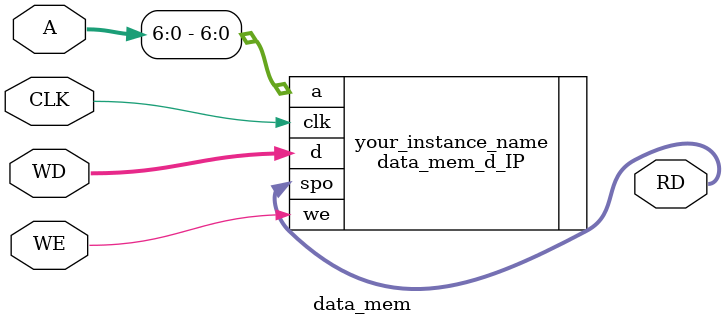
<source format=v>
`timescale 1ns / 1ps
/*±¾ÎÄ¼þÎªMCUµÄdata memoryÄ£¿éÉè¼ÆÎÄ¼þ
ÊäÈë£º
A£¨Í¼ÖÐµÄA£©£º¶ÁÊý¾Ý¶ÔÓ¦µÄaddress£¨32 bit£©£¬ ÊÇ MIPS ÒÔ4Îª±¶ÊýµÄ address
WD£¨Í¼ÖÐµÄWD£©£ºÒªÐ´ÈëµÄdata£¨32 bit£©
CLK£¨Í¼ÖÐµÄCLK£©£ºÊ±ÖÓÐÅºÅ
WE£¨Í¼ÖÐµÄWE£©£ºÐ´Ê¹ÄÜ
Êä³ö£º
RD£¨Í¼ÖÐµÄRD)£º¸ù¾ÝaddressÊä³öµÄ¶ÔÓ¦Êý¾Ý£¨32 bit£©

additional comments:
´ËÄ£¿éÒÑ¾­½« MIPS µÄ address ³ýÒÔ4×ªÎªIP coreµÄaddress
*/
//////////////////////////////////////////////////////////////////////////////////


module data_mem(
    input [31:0] A,
    input [31:0] WD,
    input CLK,
    input WE,
    
    output [31:0] RD
    );
    data_mem_d_IP your_instance_name (
  .a(A[6:0]),      // input wire [6 : 0] a
  .d(WD),      // input wire [31 : 0] d
  .clk(CLK),  // input wire clk
  .we(WE),    // input wire we
  .spo(RD)  // output wire [31 : 0] spo
);

endmodule

</source>
